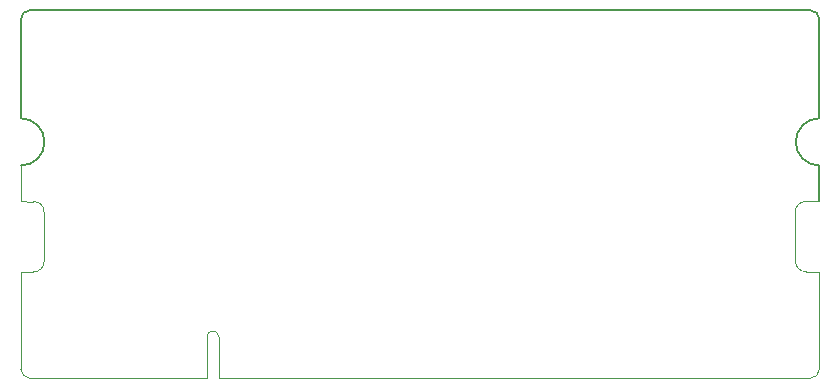
<source format=gbr>
%TF.GenerationSoftware,KiCad,Pcbnew,7.0.8*%
%TF.CreationDate,2024-03-21T14:52:22+01:00*%
%TF.ProjectId,so-dimm-esp32-cm,736f2d64-696d-46d2-9d65-737033322d63,REV.03*%
%TF.SameCoordinates,Original*%
%TF.FileFunction,Profile,NP*%
%FSLAX46Y46*%
G04 Gerber Fmt 4.6, Leading zero omitted, Abs format (unit mm)*
G04 Created by KiCad (PCBNEW 7.0.8) date 2024-03-21 14:52:22*
%MOMM*%
%LPD*%
G01*
G04 APERTURE LIST*
%TA.AperFunction,Profile*%
%ADD10C,0.100000*%
%TD*%
%TA.AperFunction,Profile*%
%ADD11C,0.150000*%
%TD*%
G04 APERTURE END LIST*
D10*
X182276655Y-108077045D02*
G75*
G03*
X183025346Y-107327001I-1355J750045D01*
G01*
X117391113Y-94030348D02*
G75*
G03*
X116484400Y-93124113I-855913J50348D01*
G01*
X116484400Y-99059998D02*
G75*
G03*
X117398798Y-98145600I50800J863598D01*
G01*
X132175346Y-104577001D02*
G75*
G03*
X131175346Y-104577001I-500000J0D01*
G01*
D11*
X116174037Y-76927047D02*
G75*
G03*
X115425346Y-77677001I1263J-749953D01*
G01*
D10*
X115417600Y-99060000D02*
X115425346Y-107327001D01*
X132175346Y-108077001D02*
X182276655Y-108077000D01*
X181000401Y-98145600D02*
X181000401Y-94030800D01*
X116484400Y-99059999D02*
X115417600Y-99060000D01*
X115425309Y-107327001D02*
G75*
G03*
X116175345Y-108075692I749991J1301D01*
G01*
X132175346Y-108077001D02*
X132175346Y-104577001D01*
X181008087Y-98146052D02*
G75*
G03*
X181914800Y-99052287I855913J-50348D01*
G01*
D11*
X116174037Y-76927001D02*
X182275346Y-76927001D01*
D10*
X183025346Y-107327001D02*
X182981600Y-99060000D01*
X181914800Y-93116402D02*
G75*
G03*
X181000402Y-94030800I-50800J-863598D01*
G01*
X117398799Y-94030800D02*
X117398799Y-98145600D01*
X181914800Y-99052287D02*
X182981600Y-99060000D01*
X115425346Y-90077001D02*
X115417600Y-93116400D01*
D11*
X183025345Y-77677001D02*
X183025346Y-86077001D01*
X183025346Y-93116400D02*
X183025346Y-90077001D01*
D10*
X131175346Y-108077001D02*
X131175346Y-104577001D01*
D11*
X183025299Y-77677001D02*
G75*
G03*
X182275346Y-76927001I-749999J1D01*
G01*
D10*
X181914800Y-93116401D02*
X183025346Y-93116400D01*
X131175346Y-108077001D02*
X116175345Y-108075692D01*
D11*
X115425346Y-77677001D02*
X115425346Y-86077001D01*
X115425346Y-90076999D02*
G75*
G03*
X115425346Y-86077001I4J1999999D01*
G01*
D10*
X116484400Y-93124113D02*
X115417600Y-93116400D01*
D11*
X183025346Y-86076999D02*
G75*
G03*
X183025346Y-90077001I-46J-2000001D01*
G01*
M02*

</source>
